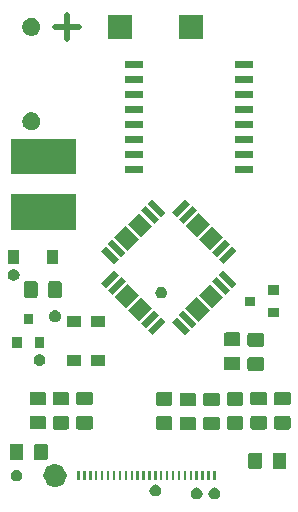
<source format=gbr>
G04 #@! TF.GenerationSoftware,KiCad,Pcbnew,5.0.2-bee76a0~70~ubuntu16.04.1*
G04 #@! TF.CreationDate,2019-03-15T02:00:50+08:00*
G04 #@! TF.ProjectId,OTP-v02,4f54502d-7630-4322-9e6b-696361645f70,v01*
G04 #@! TF.SameCoordinates,Original*
G04 #@! TF.FileFunction,Soldermask,Top*
G04 #@! TF.FilePolarity,Negative*
%FSLAX46Y46*%
G04 Gerber Fmt 4.6, Leading zero omitted, Abs format (unit mm)*
G04 Created by KiCad (PCBNEW 5.0.2-bee76a0~70~ubuntu16.04.1) date Friday, 15 March, 2019 02:00:50 AM PST*
%MOMM*%
%LPD*%
G01*
G04 APERTURE LIST*
%ADD10C,1.000000*%
%ADD11C,0.500000*%
%ADD12C,0.100000*%
G04 APERTURE END LIST*
D10*
G04 #@! TO.C,J1*
X111000000Y-99000000D02*
G75*
G03X111000000Y-99000000I-500000J0D01*
G01*
D11*
G04 #@! TO.C,BT1*
X110500000Y-61000000D02*
X112500000Y-61000000D01*
X111500000Y-62000000D02*
X111500000Y-60000000D01*
D12*
G36*
X124145845Y-100019215D02*
X124236839Y-100056906D01*
X124307551Y-100104155D01*
X124318734Y-100111627D01*
X124388373Y-100181266D01*
X124388375Y-100181269D01*
X124443094Y-100263161D01*
X124480785Y-100354155D01*
X124500000Y-100450754D01*
X124500000Y-100549246D01*
X124482271Y-100638373D01*
X124480785Y-100645845D01*
X124443095Y-100736837D01*
X124388373Y-100818734D01*
X124318734Y-100888373D01*
X124318731Y-100888375D01*
X124236839Y-100943094D01*
X124145845Y-100980785D01*
X124049246Y-101000000D01*
X123950754Y-101000000D01*
X123854155Y-100980785D01*
X123763161Y-100943094D01*
X123681269Y-100888375D01*
X123681266Y-100888373D01*
X123611627Y-100818734D01*
X123556905Y-100736837D01*
X123519215Y-100645845D01*
X123517729Y-100638373D01*
X123500000Y-100549246D01*
X123500000Y-100450754D01*
X123519215Y-100354155D01*
X123556906Y-100263161D01*
X123611625Y-100181269D01*
X123611627Y-100181266D01*
X123681266Y-100111627D01*
X123692449Y-100104155D01*
X123763161Y-100056906D01*
X123854155Y-100019215D01*
X123950754Y-100000000D01*
X124049246Y-100000000D01*
X124145845Y-100019215D01*
X124145845Y-100019215D01*
G37*
G36*
X122645845Y-100019215D02*
X122736839Y-100056906D01*
X122807551Y-100104155D01*
X122818734Y-100111627D01*
X122888373Y-100181266D01*
X122888375Y-100181269D01*
X122943094Y-100263161D01*
X122980785Y-100354155D01*
X123000000Y-100450754D01*
X123000000Y-100549246D01*
X122982271Y-100638373D01*
X122980785Y-100645845D01*
X122943095Y-100736837D01*
X122888373Y-100818734D01*
X122818734Y-100888373D01*
X122818731Y-100888375D01*
X122736839Y-100943094D01*
X122645845Y-100980785D01*
X122549246Y-101000000D01*
X122450754Y-101000000D01*
X122354155Y-100980785D01*
X122263161Y-100943094D01*
X122181269Y-100888375D01*
X122181266Y-100888373D01*
X122111627Y-100818734D01*
X122056905Y-100736837D01*
X122019215Y-100645845D01*
X122017729Y-100638373D01*
X122000000Y-100549246D01*
X122000000Y-100450754D01*
X122019215Y-100354155D01*
X122056906Y-100263161D01*
X122111625Y-100181269D01*
X122111627Y-100181266D01*
X122181266Y-100111627D01*
X122192449Y-100104155D01*
X122263161Y-100056906D01*
X122354155Y-100019215D01*
X122450754Y-100000000D01*
X122549246Y-100000000D01*
X122645845Y-100019215D01*
X122645845Y-100019215D01*
G37*
G36*
X119145845Y-99769215D02*
X119236839Y-99806906D01*
X119317640Y-99860896D01*
X119318734Y-99861627D01*
X119388373Y-99931266D01*
X119388375Y-99931269D01*
X119443094Y-100013161D01*
X119480785Y-100104155D01*
X119496124Y-100181266D01*
X119500000Y-100200755D01*
X119500000Y-100299245D01*
X119480785Y-100395845D01*
X119443095Y-100486837D01*
X119388373Y-100568734D01*
X119318734Y-100638373D01*
X119318731Y-100638375D01*
X119236839Y-100693094D01*
X119145845Y-100730785D01*
X119049246Y-100750000D01*
X118950754Y-100750000D01*
X118854155Y-100730785D01*
X118763161Y-100693094D01*
X118681269Y-100638375D01*
X118681266Y-100638373D01*
X118611627Y-100568734D01*
X118556905Y-100486837D01*
X118519215Y-100395845D01*
X118500000Y-100299245D01*
X118500000Y-100200755D01*
X118503877Y-100181266D01*
X118519215Y-100104155D01*
X118556906Y-100013161D01*
X118611625Y-99931269D01*
X118611627Y-99931266D01*
X118681266Y-99861627D01*
X118682360Y-99860896D01*
X118763161Y-99806906D01*
X118854155Y-99769215D01*
X118950754Y-99750000D01*
X119049246Y-99750000D01*
X119145845Y-99769215D01*
X119145845Y-99769215D01*
G37*
G36*
X107395845Y-98519215D02*
X107486839Y-98556906D01*
X107551333Y-98600000D01*
X107568734Y-98611627D01*
X107638373Y-98681266D01*
X107693095Y-98763163D01*
X107730785Y-98854155D01*
X107750000Y-98950755D01*
X107750000Y-99049245D01*
X107730785Y-99145845D01*
X107693095Y-99236837D01*
X107638373Y-99318734D01*
X107568734Y-99388373D01*
X107568731Y-99388375D01*
X107486839Y-99443094D01*
X107395845Y-99480785D01*
X107299246Y-99500000D01*
X107200754Y-99500000D01*
X107104155Y-99480785D01*
X107013161Y-99443094D01*
X106931269Y-99388375D01*
X106931266Y-99388373D01*
X106861627Y-99318734D01*
X106806905Y-99236837D01*
X106769215Y-99145845D01*
X106750000Y-99049245D01*
X106750000Y-98950755D01*
X106769215Y-98854155D01*
X106806905Y-98763163D01*
X106861627Y-98681266D01*
X106931266Y-98611627D01*
X106948667Y-98600000D01*
X107013161Y-98556906D01*
X107104155Y-98519215D01*
X107200754Y-98500000D01*
X107299246Y-98500000D01*
X107395845Y-98519215D01*
X107395845Y-98519215D01*
G37*
G36*
X112600000Y-99400000D02*
X112400000Y-99400000D01*
X112400000Y-98600000D01*
X112600000Y-98600000D01*
X112600000Y-99400000D01*
X112600000Y-99400000D01*
G37*
G36*
X124100000Y-99400000D02*
X123900000Y-99400000D01*
X123900000Y-98600000D01*
X124100000Y-98600000D01*
X124100000Y-99400000D01*
X124100000Y-99400000D01*
G37*
G36*
X123600000Y-99400000D02*
X123400000Y-99400000D01*
X123400000Y-98600000D01*
X123600000Y-98600000D01*
X123600000Y-99400000D01*
X123600000Y-99400000D01*
G37*
G36*
X123100000Y-99400000D02*
X122900000Y-99400000D01*
X122900000Y-98600000D01*
X123100000Y-98600000D01*
X123100000Y-99400000D01*
X123100000Y-99400000D01*
G37*
G36*
X122600000Y-99400000D02*
X122400000Y-99400000D01*
X122400000Y-98600000D01*
X122600000Y-98600000D01*
X122600000Y-99400000D01*
X122600000Y-99400000D01*
G37*
G36*
X122100000Y-99400000D02*
X121900000Y-99400000D01*
X121900000Y-98600000D01*
X122100000Y-98600000D01*
X122100000Y-99400000D01*
X122100000Y-99400000D01*
G37*
G36*
X121600000Y-99400000D02*
X121400000Y-99400000D01*
X121400000Y-98600000D01*
X121600000Y-98600000D01*
X121600000Y-99400000D01*
X121600000Y-99400000D01*
G37*
G36*
X121100000Y-99400000D02*
X120900000Y-99400000D01*
X120900000Y-98600000D01*
X121100000Y-98600000D01*
X121100000Y-99400000D01*
X121100000Y-99400000D01*
G37*
G36*
X120600000Y-99400000D02*
X120400000Y-99400000D01*
X120400000Y-98600000D01*
X120600000Y-98600000D01*
X120600000Y-99400000D01*
X120600000Y-99400000D01*
G37*
G36*
X120100000Y-99400000D02*
X119900000Y-99400000D01*
X119900000Y-98600000D01*
X120100000Y-98600000D01*
X120100000Y-99400000D01*
X120100000Y-99400000D01*
G37*
G36*
X119600000Y-99400000D02*
X119400000Y-99400000D01*
X119400000Y-98600000D01*
X119600000Y-98600000D01*
X119600000Y-99400000D01*
X119600000Y-99400000D01*
G37*
G36*
X119100000Y-99400000D02*
X118900000Y-99400000D01*
X118900000Y-98600000D01*
X119100000Y-98600000D01*
X119100000Y-99400000D01*
X119100000Y-99400000D01*
G37*
G36*
X118600000Y-99400000D02*
X118400000Y-99400000D01*
X118400000Y-98600000D01*
X118600000Y-98600000D01*
X118600000Y-99400000D01*
X118600000Y-99400000D01*
G37*
G36*
X114600000Y-99400000D02*
X114400000Y-99400000D01*
X114400000Y-98600000D01*
X114600000Y-98600000D01*
X114600000Y-99400000D01*
X114600000Y-99400000D01*
G37*
G36*
X113100000Y-99400000D02*
X112900000Y-99400000D01*
X112900000Y-98600000D01*
X113100000Y-98600000D01*
X113100000Y-99400000D01*
X113100000Y-99400000D01*
G37*
G36*
X113600000Y-99400000D02*
X113400000Y-99400000D01*
X113400000Y-98600000D01*
X113600000Y-98600000D01*
X113600000Y-99400000D01*
X113600000Y-99400000D01*
G37*
G36*
X114100000Y-99400000D02*
X113900000Y-99400000D01*
X113900000Y-98600000D01*
X114100000Y-98600000D01*
X114100000Y-99400000D01*
X114100000Y-99400000D01*
G37*
G36*
X115100000Y-99400000D02*
X114900000Y-99400000D01*
X114900000Y-98600000D01*
X115100000Y-98600000D01*
X115100000Y-99400000D01*
X115100000Y-99400000D01*
G37*
G36*
X115600000Y-99400000D02*
X115400000Y-99400000D01*
X115400000Y-98600000D01*
X115600000Y-98600000D01*
X115600000Y-99400000D01*
X115600000Y-99400000D01*
G37*
G36*
X116100000Y-99400000D02*
X115900000Y-99400000D01*
X115900000Y-98600000D01*
X116100000Y-98600000D01*
X116100000Y-99400000D01*
X116100000Y-99400000D01*
G37*
G36*
X116600000Y-99400000D02*
X116400000Y-99400000D01*
X116400000Y-98600000D01*
X116600000Y-98600000D01*
X116600000Y-99400000D01*
X116600000Y-99400000D01*
G37*
G36*
X117100000Y-99400000D02*
X116900000Y-99400000D01*
X116900000Y-98600000D01*
X117100000Y-98600000D01*
X117100000Y-99400000D01*
X117100000Y-99400000D01*
G37*
G36*
X117600000Y-99400000D02*
X117400000Y-99400000D01*
X117400000Y-98600000D01*
X117600000Y-98600000D01*
X117600000Y-99400000D01*
X117600000Y-99400000D01*
G37*
G36*
X118100000Y-99400000D02*
X117900000Y-99400000D01*
X117900000Y-98600000D01*
X118100000Y-98600000D01*
X118100000Y-99400000D01*
X118100000Y-99400000D01*
G37*
G36*
X127880522Y-97054039D02*
X127914053Y-97064211D01*
X127944960Y-97080731D01*
X127972043Y-97102957D01*
X127994269Y-97130040D01*
X128010789Y-97160947D01*
X128020961Y-97194478D01*
X128025000Y-97235487D01*
X128025000Y-98264513D01*
X128020961Y-98305522D01*
X128010789Y-98339053D01*
X127994269Y-98369960D01*
X127972043Y-98397043D01*
X127944960Y-98419269D01*
X127914053Y-98435789D01*
X127880522Y-98445961D01*
X127839513Y-98450000D01*
X127060487Y-98450000D01*
X127019478Y-98445961D01*
X126985947Y-98435789D01*
X126955040Y-98419269D01*
X126927957Y-98397043D01*
X126905731Y-98369960D01*
X126889211Y-98339053D01*
X126879039Y-98305522D01*
X126875000Y-98264513D01*
X126875000Y-97235487D01*
X126879039Y-97194478D01*
X126889211Y-97160947D01*
X126905731Y-97130040D01*
X126927957Y-97102957D01*
X126955040Y-97080731D01*
X126985947Y-97064211D01*
X127019478Y-97054039D01*
X127060487Y-97050000D01*
X127839513Y-97050000D01*
X127880522Y-97054039D01*
X127880522Y-97054039D01*
G37*
G36*
X129930522Y-97054039D02*
X129964053Y-97064211D01*
X129994960Y-97080731D01*
X130022043Y-97102957D01*
X130044269Y-97130040D01*
X130060789Y-97160947D01*
X130070961Y-97194478D01*
X130075000Y-97235487D01*
X130075000Y-98264513D01*
X130070961Y-98305522D01*
X130060789Y-98339053D01*
X130044269Y-98369960D01*
X130022043Y-98397043D01*
X129994960Y-98419269D01*
X129964053Y-98435789D01*
X129930522Y-98445961D01*
X129889513Y-98450000D01*
X129110487Y-98450000D01*
X129069478Y-98445961D01*
X129035947Y-98435789D01*
X129005040Y-98419269D01*
X128977957Y-98397043D01*
X128955731Y-98369960D01*
X128939211Y-98339053D01*
X128929039Y-98305522D01*
X128925000Y-98264513D01*
X128925000Y-97235487D01*
X128929039Y-97194478D01*
X128939211Y-97160947D01*
X128955731Y-97130040D01*
X128977957Y-97102957D01*
X129005040Y-97080731D01*
X129035947Y-97064211D01*
X129069478Y-97054039D01*
X129110487Y-97050000D01*
X129889513Y-97050000D01*
X129930522Y-97054039D01*
X129930522Y-97054039D01*
G37*
G36*
X109730522Y-96304039D02*
X109764053Y-96314211D01*
X109794960Y-96330731D01*
X109822043Y-96352957D01*
X109844269Y-96380040D01*
X109860789Y-96410947D01*
X109870961Y-96444478D01*
X109875000Y-96485487D01*
X109875000Y-97514513D01*
X109870961Y-97555522D01*
X109860789Y-97589053D01*
X109844269Y-97619960D01*
X109822043Y-97647043D01*
X109794960Y-97669269D01*
X109764053Y-97685789D01*
X109730522Y-97695961D01*
X109689513Y-97700000D01*
X108910487Y-97700000D01*
X108869478Y-97695961D01*
X108835947Y-97685789D01*
X108805040Y-97669269D01*
X108777957Y-97647043D01*
X108755731Y-97619960D01*
X108739211Y-97589053D01*
X108729039Y-97555522D01*
X108725000Y-97514513D01*
X108725000Y-96485487D01*
X108729039Y-96444478D01*
X108739211Y-96410947D01*
X108755731Y-96380040D01*
X108777957Y-96352957D01*
X108805040Y-96330731D01*
X108835947Y-96314211D01*
X108869478Y-96304039D01*
X108910487Y-96300000D01*
X109689513Y-96300000D01*
X109730522Y-96304039D01*
X109730522Y-96304039D01*
G37*
G36*
X107680522Y-96304039D02*
X107714053Y-96314211D01*
X107744960Y-96330731D01*
X107772043Y-96352957D01*
X107794269Y-96380040D01*
X107810789Y-96410947D01*
X107820961Y-96444478D01*
X107825000Y-96485487D01*
X107825000Y-97514513D01*
X107820961Y-97555522D01*
X107810789Y-97589053D01*
X107794269Y-97619960D01*
X107772043Y-97647043D01*
X107744960Y-97669269D01*
X107714053Y-97685789D01*
X107680522Y-97695961D01*
X107639513Y-97700000D01*
X106860487Y-97700000D01*
X106819478Y-97695961D01*
X106785947Y-97685789D01*
X106755040Y-97669269D01*
X106727957Y-97647043D01*
X106705731Y-97619960D01*
X106689211Y-97589053D01*
X106679039Y-97555522D01*
X106675000Y-97514513D01*
X106675000Y-96485487D01*
X106679039Y-96444478D01*
X106689211Y-96410947D01*
X106705731Y-96380040D01*
X106727957Y-96352957D01*
X106755040Y-96330731D01*
X106785947Y-96314211D01*
X106819478Y-96304039D01*
X106860487Y-96300000D01*
X107639513Y-96300000D01*
X107680522Y-96304039D01*
X107680522Y-96304039D01*
G37*
G36*
X122305522Y-94029039D02*
X122339053Y-94039211D01*
X122369960Y-94055731D01*
X122397043Y-94077957D01*
X122419269Y-94105040D01*
X122435789Y-94135947D01*
X122445961Y-94169478D01*
X122450000Y-94210487D01*
X122450000Y-94989513D01*
X122445961Y-95030522D01*
X122435789Y-95064053D01*
X122419269Y-95094960D01*
X122397043Y-95122043D01*
X122369960Y-95144269D01*
X122339053Y-95160789D01*
X122305522Y-95170961D01*
X122264513Y-95175000D01*
X121235487Y-95175000D01*
X121194478Y-95170961D01*
X121160947Y-95160789D01*
X121130040Y-95144269D01*
X121102957Y-95122043D01*
X121080731Y-95094960D01*
X121064211Y-95064053D01*
X121054039Y-95030522D01*
X121050000Y-94989513D01*
X121050000Y-94210487D01*
X121054039Y-94169478D01*
X121064211Y-94135947D01*
X121080731Y-94105040D01*
X121102957Y-94077957D01*
X121130040Y-94055731D01*
X121160947Y-94039211D01*
X121194478Y-94029039D01*
X121235487Y-94025000D01*
X122264513Y-94025000D01*
X122305522Y-94029039D01*
X122305522Y-94029039D01*
G37*
G36*
X124305522Y-94029039D02*
X124339053Y-94039211D01*
X124369960Y-94055731D01*
X124397043Y-94077957D01*
X124419269Y-94105040D01*
X124435789Y-94135947D01*
X124445961Y-94169478D01*
X124450000Y-94210487D01*
X124450000Y-94989513D01*
X124445961Y-95030522D01*
X124435789Y-95064053D01*
X124419269Y-95094960D01*
X124397043Y-95122043D01*
X124369960Y-95144269D01*
X124339053Y-95160789D01*
X124305522Y-95170961D01*
X124264513Y-95175000D01*
X123235487Y-95175000D01*
X123194478Y-95170961D01*
X123160947Y-95160789D01*
X123130040Y-95144269D01*
X123102957Y-95122043D01*
X123080731Y-95094960D01*
X123064211Y-95064053D01*
X123054039Y-95030522D01*
X123050000Y-94989513D01*
X123050000Y-94210487D01*
X123054039Y-94169478D01*
X123064211Y-94135947D01*
X123080731Y-94105040D01*
X123102957Y-94077957D01*
X123130040Y-94055731D01*
X123160947Y-94039211D01*
X123194478Y-94029039D01*
X123235487Y-94025000D01*
X124264513Y-94025000D01*
X124305522Y-94029039D01*
X124305522Y-94029039D01*
G37*
G36*
X126305522Y-93979039D02*
X126339053Y-93989211D01*
X126369960Y-94005731D01*
X126397043Y-94027957D01*
X126419269Y-94055040D01*
X126435789Y-94085947D01*
X126445961Y-94119478D01*
X126450000Y-94160487D01*
X126450000Y-94939513D01*
X126445961Y-94980522D01*
X126435789Y-95014053D01*
X126419269Y-95044960D01*
X126397043Y-95072043D01*
X126369960Y-95094269D01*
X126339053Y-95110789D01*
X126305522Y-95120961D01*
X126264513Y-95125000D01*
X125235487Y-95125000D01*
X125194478Y-95120961D01*
X125160947Y-95110789D01*
X125130040Y-95094269D01*
X125102957Y-95072043D01*
X125080731Y-95044960D01*
X125064211Y-95014053D01*
X125054039Y-94980522D01*
X125050000Y-94939513D01*
X125050000Y-94160487D01*
X125054039Y-94119478D01*
X125064211Y-94085947D01*
X125080731Y-94055040D01*
X125102957Y-94027957D01*
X125130040Y-94005731D01*
X125160947Y-93989211D01*
X125194478Y-93979039D01*
X125235487Y-93975000D01*
X126264513Y-93975000D01*
X126305522Y-93979039D01*
X126305522Y-93979039D01*
G37*
G36*
X120305522Y-93979039D02*
X120339053Y-93989211D01*
X120369960Y-94005731D01*
X120397043Y-94027957D01*
X120419269Y-94055040D01*
X120435789Y-94085947D01*
X120445961Y-94119478D01*
X120450000Y-94160487D01*
X120450000Y-94939513D01*
X120445961Y-94980522D01*
X120435789Y-95014053D01*
X120419269Y-95044960D01*
X120397043Y-95072043D01*
X120369960Y-95094269D01*
X120339053Y-95110789D01*
X120305522Y-95120961D01*
X120264513Y-95125000D01*
X119235487Y-95125000D01*
X119194478Y-95120961D01*
X119160947Y-95110789D01*
X119130040Y-95094269D01*
X119102957Y-95072043D01*
X119080731Y-95044960D01*
X119064211Y-95014053D01*
X119054039Y-94980522D01*
X119050000Y-94939513D01*
X119050000Y-94160487D01*
X119054039Y-94119478D01*
X119064211Y-94085947D01*
X119080731Y-94055040D01*
X119102957Y-94027957D01*
X119130040Y-94005731D01*
X119160947Y-93989211D01*
X119194478Y-93979039D01*
X119235487Y-93975000D01*
X120264513Y-93975000D01*
X120305522Y-93979039D01*
X120305522Y-93979039D01*
G37*
G36*
X111555522Y-93954039D02*
X111589053Y-93964211D01*
X111619960Y-93980731D01*
X111647043Y-94002957D01*
X111669269Y-94030040D01*
X111685789Y-94060947D01*
X111695961Y-94094478D01*
X111700000Y-94135487D01*
X111700000Y-94914513D01*
X111695961Y-94955522D01*
X111685789Y-94989053D01*
X111669269Y-95019960D01*
X111647043Y-95047043D01*
X111619960Y-95069269D01*
X111589053Y-95085789D01*
X111555522Y-95095961D01*
X111514513Y-95100000D01*
X110485487Y-95100000D01*
X110444478Y-95095961D01*
X110410947Y-95085789D01*
X110380040Y-95069269D01*
X110352957Y-95047043D01*
X110330731Y-95019960D01*
X110314211Y-94989053D01*
X110304039Y-94955522D01*
X110300000Y-94914513D01*
X110300000Y-94135487D01*
X110304039Y-94094478D01*
X110314211Y-94060947D01*
X110330731Y-94030040D01*
X110352957Y-94002957D01*
X110380040Y-93980731D01*
X110410947Y-93964211D01*
X110444478Y-93954039D01*
X110485487Y-93950000D01*
X111514513Y-93950000D01*
X111555522Y-93954039D01*
X111555522Y-93954039D01*
G37*
G36*
X130305522Y-93954039D02*
X130339053Y-93964211D01*
X130369960Y-93980731D01*
X130397043Y-94002957D01*
X130419269Y-94030040D01*
X130435789Y-94060947D01*
X130445961Y-94094478D01*
X130450000Y-94135487D01*
X130450000Y-94914513D01*
X130445961Y-94955522D01*
X130435789Y-94989053D01*
X130419269Y-95019960D01*
X130397043Y-95047043D01*
X130369960Y-95069269D01*
X130339053Y-95085789D01*
X130305522Y-95095961D01*
X130264513Y-95100000D01*
X129235487Y-95100000D01*
X129194478Y-95095961D01*
X129160947Y-95085789D01*
X129130040Y-95069269D01*
X129102957Y-95047043D01*
X129080731Y-95019960D01*
X129064211Y-94989053D01*
X129054039Y-94955522D01*
X129050000Y-94914513D01*
X129050000Y-94135487D01*
X129054039Y-94094478D01*
X129064211Y-94060947D01*
X129080731Y-94030040D01*
X129102957Y-94002957D01*
X129130040Y-93980731D01*
X129160947Y-93964211D01*
X129194478Y-93954039D01*
X129235487Y-93950000D01*
X130264513Y-93950000D01*
X130305522Y-93954039D01*
X130305522Y-93954039D01*
G37*
G36*
X128305522Y-93954039D02*
X128339053Y-93964211D01*
X128369960Y-93980731D01*
X128397043Y-94002957D01*
X128419269Y-94030040D01*
X128435789Y-94060947D01*
X128445961Y-94094478D01*
X128450000Y-94135487D01*
X128450000Y-94914513D01*
X128445961Y-94955522D01*
X128435789Y-94989053D01*
X128419269Y-95019960D01*
X128397043Y-95047043D01*
X128369960Y-95069269D01*
X128339053Y-95085789D01*
X128305522Y-95095961D01*
X128264513Y-95100000D01*
X127235487Y-95100000D01*
X127194478Y-95095961D01*
X127160947Y-95085789D01*
X127130040Y-95069269D01*
X127102957Y-95047043D01*
X127080731Y-95019960D01*
X127064211Y-94989053D01*
X127054039Y-94955522D01*
X127050000Y-94914513D01*
X127050000Y-94135487D01*
X127054039Y-94094478D01*
X127064211Y-94060947D01*
X127080731Y-94030040D01*
X127102957Y-94002957D01*
X127130040Y-93980731D01*
X127160947Y-93964211D01*
X127194478Y-93954039D01*
X127235487Y-93950000D01*
X128264513Y-93950000D01*
X128305522Y-93954039D01*
X128305522Y-93954039D01*
G37*
G36*
X113555522Y-93954039D02*
X113589053Y-93964211D01*
X113619960Y-93980731D01*
X113647043Y-94002957D01*
X113669269Y-94030040D01*
X113685789Y-94060947D01*
X113695961Y-94094478D01*
X113700000Y-94135487D01*
X113700000Y-94914513D01*
X113695961Y-94955522D01*
X113685789Y-94989053D01*
X113669269Y-95019960D01*
X113647043Y-95047043D01*
X113619960Y-95069269D01*
X113589053Y-95085789D01*
X113555522Y-95095961D01*
X113514513Y-95100000D01*
X112485487Y-95100000D01*
X112444478Y-95095961D01*
X112410947Y-95085789D01*
X112380040Y-95069269D01*
X112352957Y-95047043D01*
X112330731Y-95019960D01*
X112314211Y-94989053D01*
X112304039Y-94955522D01*
X112300000Y-94914513D01*
X112300000Y-94135487D01*
X112304039Y-94094478D01*
X112314211Y-94060947D01*
X112330731Y-94030040D01*
X112352957Y-94002957D01*
X112380040Y-93980731D01*
X112410947Y-93964211D01*
X112444478Y-93954039D01*
X112485487Y-93950000D01*
X113514513Y-93950000D01*
X113555522Y-93954039D01*
X113555522Y-93954039D01*
G37*
G36*
X109604046Y-93942675D02*
X109637577Y-93952847D01*
X109668484Y-93969367D01*
X109695567Y-93991593D01*
X109717793Y-94018676D01*
X109734313Y-94049583D01*
X109744485Y-94083114D01*
X109748524Y-94124123D01*
X109748524Y-94903149D01*
X109744485Y-94944158D01*
X109734313Y-94977689D01*
X109717793Y-95008596D01*
X109695567Y-95035679D01*
X109668484Y-95057905D01*
X109637577Y-95074425D01*
X109604046Y-95084597D01*
X109563037Y-95088636D01*
X108534011Y-95088636D01*
X108493002Y-95084597D01*
X108459471Y-95074425D01*
X108428564Y-95057905D01*
X108401481Y-95035679D01*
X108379255Y-95008596D01*
X108362735Y-94977689D01*
X108352563Y-94944158D01*
X108348524Y-94903149D01*
X108348524Y-94124123D01*
X108352563Y-94083114D01*
X108362735Y-94049583D01*
X108379255Y-94018676D01*
X108401481Y-93991593D01*
X108428564Y-93969367D01*
X108459471Y-93952847D01*
X108493002Y-93942675D01*
X108534011Y-93938636D01*
X109563037Y-93938636D01*
X109604046Y-93942675D01*
X109604046Y-93942675D01*
G37*
G36*
X122305522Y-91979039D02*
X122339053Y-91989211D01*
X122369960Y-92005731D01*
X122397043Y-92027957D01*
X122419269Y-92055040D01*
X122435789Y-92085947D01*
X122445961Y-92119478D01*
X122450000Y-92160487D01*
X122450000Y-92939513D01*
X122445961Y-92980522D01*
X122435789Y-93014053D01*
X122419269Y-93044960D01*
X122397043Y-93072043D01*
X122369960Y-93094269D01*
X122339053Y-93110789D01*
X122305522Y-93120961D01*
X122264513Y-93125000D01*
X121235487Y-93125000D01*
X121194478Y-93120961D01*
X121160947Y-93110789D01*
X121130040Y-93094269D01*
X121102957Y-93072043D01*
X121080731Y-93044960D01*
X121064211Y-93014053D01*
X121054039Y-92980522D01*
X121050000Y-92939513D01*
X121050000Y-92160487D01*
X121054039Y-92119478D01*
X121064211Y-92085947D01*
X121080731Y-92055040D01*
X121102957Y-92027957D01*
X121130040Y-92005731D01*
X121160947Y-91989211D01*
X121194478Y-91979039D01*
X121235487Y-91975000D01*
X122264513Y-91975000D01*
X122305522Y-91979039D01*
X122305522Y-91979039D01*
G37*
G36*
X124305522Y-91979039D02*
X124339053Y-91989211D01*
X124369960Y-92005731D01*
X124397043Y-92027957D01*
X124419269Y-92055040D01*
X124435789Y-92085947D01*
X124445961Y-92119478D01*
X124450000Y-92160487D01*
X124450000Y-92939513D01*
X124445961Y-92980522D01*
X124435789Y-93014053D01*
X124419269Y-93044960D01*
X124397043Y-93072043D01*
X124369960Y-93094269D01*
X124339053Y-93110789D01*
X124305522Y-93120961D01*
X124264513Y-93125000D01*
X123235487Y-93125000D01*
X123194478Y-93120961D01*
X123160947Y-93110789D01*
X123130040Y-93094269D01*
X123102957Y-93072043D01*
X123080731Y-93044960D01*
X123064211Y-93014053D01*
X123054039Y-92980522D01*
X123050000Y-92939513D01*
X123050000Y-92160487D01*
X123054039Y-92119478D01*
X123064211Y-92085947D01*
X123080731Y-92055040D01*
X123102957Y-92027957D01*
X123130040Y-92005731D01*
X123160947Y-91989211D01*
X123194478Y-91979039D01*
X123235487Y-91975000D01*
X124264513Y-91975000D01*
X124305522Y-91979039D01*
X124305522Y-91979039D01*
G37*
G36*
X120305522Y-91929039D02*
X120339053Y-91939211D01*
X120369960Y-91955731D01*
X120397043Y-91977957D01*
X120419269Y-92005040D01*
X120435789Y-92035947D01*
X120445961Y-92069478D01*
X120450000Y-92110487D01*
X120450000Y-92889513D01*
X120445961Y-92930522D01*
X120435789Y-92964053D01*
X120419269Y-92994960D01*
X120397043Y-93022043D01*
X120369960Y-93044269D01*
X120339053Y-93060789D01*
X120305522Y-93070961D01*
X120264513Y-93075000D01*
X119235487Y-93075000D01*
X119194478Y-93070961D01*
X119160947Y-93060789D01*
X119130040Y-93044269D01*
X119102957Y-93022043D01*
X119080731Y-92994960D01*
X119064211Y-92964053D01*
X119054039Y-92930522D01*
X119050000Y-92889513D01*
X119050000Y-92110487D01*
X119054039Y-92069478D01*
X119064211Y-92035947D01*
X119080731Y-92005040D01*
X119102957Y-91977957D01*
X119130040Y-91955731D01*
X119160947Y-91939211D01*
X119194478Y-91929039D01*
X119235487Y-91925000D01*
X120264513Y-91925000D01*
X120305522Y-91929039D01*
X120305522Y-91929039D01*
G37*
G36*
X126305522Y-91929039D02*
X126339053Y-91939211D01*
X126369960Y-91955731D01*
X126397043Y-91977957D01*
X126419269Y-92005040D01*
X126435789Y-92035947D01*
X126445961Y-92069478D01*
X126450000Y-92110487D01*
X126450000Y-92889513D01*
X126445961Y-92930522D01*
X126435789Y-92964053D01*
X126419269Y-92994960D01*
X126397043Y-93022043D01*
X126369960Y-93044269D01*
X126339053Y-93060789D01*
X126305522Y-93070961D01*
X126264513Y-93075000D01*
X125235487Y-93075000D01*
X125194478Y-93070961D01*
X125160947Y-93060789D01*
X125130040Y-93044269D01*
X125102957Y-93022043D01*
X125080731Y-92994960D01*
X125064211Y-92964053D01*
X125054039Y-92930522D01*
X125050000Y-92889513D01*
X125050000Y-92110487D01*
X125054039Y-92069478D01*
X125064211Y-92035947D01*
X125080731Y-92005040D01*
X125102957Y-91977957D01*
X125130040Y-91955731D01*
X125160947Y-91939211D01*
X125194478Y-91929039D01*
X125235487Y-91925000D01*
X126264513Y-91925000D01*
X126305522Y-91929039D01*
X126305522Y-91929039D01*
G37*
G36*
X111555522Y-91904039D02*
X111589053Y-91914211D01*
X111619960Y-91930731D01*
X111647043Y-91952957D01*
X111669269Y-91980040D01*
X111685789Y-92010947D01*
X111695961Y-92044478D01*
X111700000Y-92085487D01*
X111700000Y-92864513D01*
X111695961Y-92905522D01*
X111685789Y-92939053D01*
X111669269Y-92969960D01*
X111647043Y-92997043D01*
X111619960Y-93019269D01*
X111589053Y-93035789D01*
X111555522Y-93045961D01*
X111514513Y-93050000D01*
X110485487Y-93050000D01*
X110444478Y-93045961D01*
X110410947Y-93035789D01*
X110380040Y-93019269D01*
X110352957Y-92997043D01*
X110330731Y-92969960D01*
X110314211Y-92939053D01*
X110304039Y-92905522D01*
X110300000Y-92864513D01*
X110300000Y-92085487D01*
X110304039Y-92044478D01*
X110314211Y-92010947D01*
X110330731Y-91980040D01*
X110352957Y-91952957D01*
X110380040Y-91930731D01*
X110410947Y-91914211D01*
X110444478Y-91904039D01*
X110485487Y-91900000D01*
X111514513Y-91900000D01*
X111555522Y-91904039D01*
X111555522Y-91904039D01*
G37*
G36*
X130305522Y-91904039D02*
X130339053Y-91914211D01*
X130369960Y-91930731D01*
X130397043Y-91952957D01*
X130419269Y-91980040D01*
X130435789Y-92010947D01*
X130445961Y-92044478D01*
X130450000Y-92085487D01*
X130450000Y-92864513D01*
X130445961Y-92905522D01*
X130435789Y-92939053D01*
X130419269Y-92969960D01*
X130397043Y-92997043D01*
X130369960Y-93019269D01*
X130339053Y-93035789D01*
X130305522Y-93045961D01*
X130264513Y-93050000D01*
X129235487Y-93050000D01*
X129194478Y-93045961D01*
X129160947Y-93035789D01*
X129130040Y-93019269D01*
X129102957Y-92997043D01*
X129080731Y-92969960D01*
X129064211Y-92939053D01*
X129054039Y-92905522D01*
X129050000Y-92864513D01*
X129050000Y-92085487D01*
X129054039Y-92044478D01*
X129064211Y-92010947D01*
X129080731Y-91980040D01*
X129102957Y-91952957D01*
X129130040Y-91930731D01*
X129160947Y-91914211D01*
X129194478Y-91904039D01*
X129235487Y-91900000D01*
X130264513Y-91900000D01*
X130305522Y-91904039D01*
X130305522Y-91904039D01*
G37*
G36*
X128305522Y-91904039D02*
X128339053Y-91914211D01*
X128369960Y-91930731D01*
X128397043Y-91952957D01*
X128419269Y-91980040D01*
X128435789Y-92010947D01*
X128445961Y-92044478D01*
X128450000Y-92085487D01*
X128450000Y-92864513D01*
X128445961Y-92905522D01*
X128435789Y-92939053D01*
X128419269Y-92969960D01*
X128397043Y-92997043D01*
X128369960Y-93019269D01*
X128339053Y-93035789D01*
X128305522Y-93045961D01*
X128264513Y-93050000D01*
X127235487Y-93050000D01*
X127194478Y-93045961D01*
X127160947Y-93035789D01*
X127130040Y-93019269D01*
X127102957Y-92997043D01*
X127080731Y-92969960D01*
X127064211Y-92939053D01*
X127054039Y-92905522D01*
X127050000Y-92864513D01*
X127050000Y-92085487D01*
X127054039Y-92044478D01*
X127064211Y-92010947D01*
X127080731Y-91980040D01*
X127102957Y-91952957D01*
X127130040Y-91930731D01*
X127160947Y-91914211D01*
X127194478Y-91904039D01*
X127235487Y-91900000D01*
X128264513Y-91900000D01*
X128305522Y-91904039D01*
X128305522Y-91904039D01*
G37*
G36*
X113555522Y-91904039D02*
X113589053Y-91914211D01*
X113619960Y-91930731D01*
X113647043Y-91952957D01*
X113669269Y-91980040D01*
X113685789Y-92010947D01*
X113695961Y-92044478D01*
X113700000Y-92085487D01*
X113700000Y-92864513D01*
X113695961Y-92905522D01*
X113685789Y-92939053D01*
X113669269Y-92969960D01*
X113647043Y-92997043D01*
X113619960Y-93019269D01*
X113589053Y-93035789D01*
X113555522Y-93045961D01*
X113514513Y-93050000D01*
X112485487Y-93050000D01*
X112444478Y-93045961D01*
X112410947Y-93035789D01*
X112380040Y-93019269D01*
X112352957Y-92997043D01*
X112330731Y-92969960D01*
X112314211Y-92939053D01*
X112304039Y-92905522D01*
X112300000Y-92864513D01*
X112300000Y-92085487D01*
X112304039Y-92044478D01*
X112314211Y-92010947D01*
X112330731Y-91980040D01*
X112352957Y-91952957D01*
X112380040Y-91930731D01*
X112410947Y-91914211D01*
X112444478Y-91904039D01*
X112485487Y-91900000D01*
X113514513Y-91900000D01*
X113555522Y-91904039D01*
X113555522Y-91904039D01*
G37*
G36*
X109604046Y-91892675D02*
X109637577Y-91902847D01*
X109668484Y-91919367D01*
X109695567Y-91941593D01*
X109717793Y-91968676D01*
X109734313Y-91999583D01*
X109744485Y-92033114D01*
X109748524Y-92074123D01*
X109748524Y-92853149D01*
X109744485Y-92894158D01*
X109734313Y-92927689D01*
X109717793Y-92958596D01*
X109695567Y-92985679D01*
X109668484Y-93007905D01*
X109637577Y-93024425D01*
X109604046Y-93034597D01*
X109563037Y-93038636D01*
X108534011Y-93038636D01*
X108493002Y-93034597D01*
X108459471Y-93024425D01*
X108428564Y-93007905D01*
X108401481Y-92985679D01*
X108379255Y-92958596D01*
X108362735Y-92927689D01*
X108352563Y-92894158D01*
X108348524Y-92853149D01*
X108348524Y-92074123D01*
X108352563Y-92033114D01*
X108362735Y-91999583D01*
X108379255Y-91968676D01*
X108401481Y-91941593D01*
X108428564Y-91919367D01*
X108459471Y-91902847D01*
X108493002Y-91892675D01*
X108534011Y-91888636D01*
X109563037Y-91888636D01*
X109604046Y-91892675D01*
X109604046Y-91892675D01*
G37*
G36*
X128055522Y-88979039D02*
X128089053Y-88989211D01*
X128119960Y-89005731D01*
X128147043Y-89027957D01*
X128169269Y-89055040D01*
X128185789Y-89085947D01*
X128195961Y-89119478D01*
X128200000Y-89160487D01*
X128200000Y-89939513D01*
X128195961Y-89980522D01*
X128185789Y-90014053D01*
X128169269Y-90044960D01*
X128147043Y-90072043D01*
X128119960Y-90094269D01*
X128089053Y-90110789D01*
X128055522Y-90120961D01*
X128014513Y-90125000D01*
X126985487Y-90125000D01*
X126944478Y-90120961D01*
X126910947Y-90110789D01*
X126880040Y-90094269D01*
X126852957Y-90072043D01*
X126830731Y-90044960D01*
X126814211Y-90014053D01*
X126804039Y-89980522D01*
X126800000Y-89939513D01*
X126800000Y-89160487D01*
X126804039Y-89119478D01*
X126814211Y-89085947D01*
X126830731Y-89055040D01*
X126852957Y-89027957D01*
X126880040Y-89005731D01*
X126910947Y-88989211D01*
X126944478Y-88979039D01*
X126985487Y-88975000D01*
X128014513Y-88975000D01*
X128055522Y-88979039D01*
X128055522Y-88979039D01*
G37*
G36*
X126055522Y-88929039D02*
X126089053Y-88939211D01*
X126119960Y-88955731D01*
X126147043Y-88977957D01*
X126169269Y-89005040D01*
X126185789Y-89035947D01*
X126195961Y-89069478D01*
X126200000Y-89110487D01*
X126200000Y-89889513D01*
X126195961Y-89930522D01*
X126185789Y-89964053D01*
X126169269Y-89994960D01*
X126147043Y-90022043D01*
X126119960Y-90044269D01*
X126089053Y-90060789D01*
X126055522Y-90070961D01*
X126014513Y-90075000D01*
X124985487Y-90075000D01*
X124944478Y-90070961D01*
X124910947Y-90060789D01*
X124880040Y-90044269D01*
X124852957Y-90022043D01*
X124830731Y-89994960D01*
X124814211Y-89964053D01*
X124804039Y-89930522D01*
X124800000Y-89889513D01*
X124800000Y-89110487D01*
X124804039Y-89069478D01*
X124814211Y-89035947D01*
X124830731Y-89005040D01*
X124852957Y-88977957D01*
X124880040Y-88955731D01*
X124910947Y-88939211D01*
X124944478Y-88929039D01*
X124985487Y-88925000D01*
X126014513Y-88925000D01*
X126055522Y-88929039D01*
X126055522Y-88929039D01*
G37*
G36*
X112717973Y-89712500D02*
X111517973Y-89712500D01*
X111517973Y-88812500D01*
X112717973Y-88812500D01*
X112717973Y-89712500D01*
X112717973Y-89712500D01*
G37*
G36*
X114717973Y-89712500D02*
X113517973Y-89712500D01*
X113517973Y-88812500D01*
X114717973Y-88812500D01*
X114717973Y-89712500D01*
X114717973Y-89712500D01*
G37*
G36*
X109345845Y-88719215D02*
X109436839Y-88756906D01*
X109517640Y-88810896D01*
X109518734Y-88811627D01*
X109588373Y-88881266D01*
X109643095Y-88963163D01*
X109680785Y-89054155D01*
X109700000Y-89150755D01*
X109700000Y-89249245D01*
X109680785Y-89345845D01*
X109643095Y-89436837D01*
X109588373Y-89518734D01*
X109518734Y-89588373D01*
X109518731Y-89588375D01*
X109436839Y-89643094D01*
X109345845Y-89680785D01*
X109249246Y-89700000D01*
X109150754Y-89700000D01*
X109054155Y-89680785D01*
X108963161Y-89643094D01*
X108881269Y-89588375D01*
X108881266Y-89588373D01*
X108811627Y-89518734D01*
X108756905Y-89436837D01*
X108719215Y-89345845D01*
X108700000Y-89249245D01*
X108700000Y-89150755D01*
X108719215Y-89054155D01*
X108756905Y-88963163D01*
X108811627Y-88881266D01*
X108881266Y-88811627D01*
X108882360Y-88810896D01*
X108963161Y-88756906D01*
X109054155Y-88719215D01*
X109150754Y-88700000D01*
X109249246Y-88700000D01*
X109345845Y-88719215D01*
X109345845Y-88719215D01*
G37*
G36*
X109600000Y-88200000D02*
X108800000Y-88200000D01*
X108800000Y-87300000D01*
X109600000Y-87300000D01*
X109600000Y-88200000D01*
X109600000Y-88200000D01*
G37*
G36*
X107700000Y-88200000D02*
X106900000Y-88200000D01*
X106900000Y-87300000D01*
X107700000Y-87300000D01*
X107700000Y-88200000D01*
X107700000Y-88200000D01*
G37*
G36*
X128055522Y-86929039D02*
X128089053Y-86939211D01*
X128119960Y-86955731D01*
X128147043Y-86977957D01*
X128169269Y-87005040D01*
X128185789Y-87035947D01*
X128195961Y-87069478D01*
X128200000Y-87110487D01*
X128200000Y-87889513D01*
X128195961Y-87930522D01*
X128185789Y-87964053D01*
X128169269Y-87994960D01*
X128147043Y-88022043D01*
X128119960Y-88044269D01*
X128089053Y-88060789D01*
X128055522Y-88070961D01*
X128014513Y-88075000D01*
X126985487Y-88075000D01*
X126944478Y-88070961D01*
X126910947Y-88060789D01*
X126880040Y-88044269D01*
X126852957Y-88022043D01*
X126830731Y-87994960D01*
X126814211Y-87964053D01*
X126804039Y-87930522D01*
X126800000Y-87889513D01*
X126800000Y-87110487D01*
X126804039Y-87069478D01*
X126814211Y-87035947D01*
X126830731Y-87005040D01*
X126852957Y-86977957D01*
X126880040Y-86955731D01*
X126910947Y-86939211D01*
X126944478Y-86929039D01*
X126985487Y-86925000D01*
X128014513Y-86925000D01*
X128055522Y-86929039D01*
X128055522Y-86929039D01*
G37*
G36*
X126055522Y-86879039D02*
X126089053Y-86889211D01*
X126119960Y-86905731D01*
X126147043Y-86927957D01*
X126169269Y-86955040D01*
X126185789Y-86985947D01*
X126195961Y-87019478D01*
X126200000Y-87060487D01*
X126200000Y-87839513D01*
X126195961Y-87880522D01*
X126185789Y-87914053D01*
X126169269Y-87944960D01*
X126147043Y-87972043D01*
X126119960Y-87994269D01*
X126089053Y-88010789D01*
X126055522Y-88020961D01*
X126014513Y-88025000D01*
X124985487Y-88025000D01*
X124944478Y-88020961D01*
X124910947Y-88010789D01*
X124880040Y-87994269D01*
X124852957Y-87972043D01*
X124830731Y-87944960D01*
X124814211Y-87914053D01*
X124804039Y-87880522D01*
X124800000Y-87839513D01*
X124800000Y-87060487D01*
X124804039Y-87019478D01*
X124814211Y-86985947D01*
X124830731Y-86955040D01*
X124852957Y-86927957D01*
X124880040Y-86905731D01*
X124910947Y-86889211D01*
X124944478Y-86879039D01*
X124985487Y-86875000D01*
X126014513Y-86875000D01*
X126055522Y-86879039D01*
X126055522Y-86879039D01*
G37*
G36*
X119881103Y-85957196D02*
X118749732Y-87088567D01*
X118360823Y-86699658D01*
X119492194Y-85568287D01*
X119881103Y-85957196D01*
X119881103Y-85957196D01*
G37*
G36*
X121931713Y-86699658D02*
X121542804Y-87088567D01*
X120411433Y-85957196D01*
X120800342Y-85568287D01*
X121931713Y-86699658D01*
X121931713Y-86699658D01*
G37*
G36*
X119315418Y-85391510D02*
X118184047Y-86522881D01*
X117795138Y-86133972D01*
X118926509Y-85002601D01*
X119315418Y-85391510D01*
X119315418Y-85391510D01*
G37*
G36*
X122497398Y-86133972D02*
X122108489Y-86522881D01*
X120977118Y-85391510D01*
X121366027Y-85002601D01*
X122497398Y-86133972D01*
X122497398Y-86133972D01*
G37*
G36*
X114717973Y-86412500D02*
X113517973Y-86412500D01*
X113517973Y-85512500D01*
X114717973Y-85512500D01*
X114717973Y-86412500D01*
X114717973Y-86412500D01*
G37*
G36*
X112717973Y-86412500D02*
X111517973Y-86412500D01*
X111517973Y-85512500D01*
X112717973Y-85512500D01*
X112717973Y-86412500D01*
X112717973Y-86412500D01*
G37*
G36*
X108650000Y-86200000D02*
X107850000Y-86200000D01*
X107850000Y-85300000D01*
X108650000Y-85300000D01*
X108650000Y-86200000D01*
X108650000Y-86200000D01*
G37*
G36*
X110645845Y-85019215D02*
X110736839Y-85056906D01*
X110817640Y-85110896D01*
X110818734Y-85111627D01*
X110888373Y-85181266D01*
X110943095Y-85263163D01*
X110980785Y-85354155D01*
X111000000Y-85450755D01*
X111000000Y-85549245D01*
X110980785Y-85645845D01*
X110943095Y-85736837D01*
X110888373Y-85818734D01*
X110818734Y-85888373D01*
X110818731Y-85888375D01*
X110736839Y-85943094D01*
X110645845Y-85980785D01*
X110549246Y-86000000D01*
X110450754Y-86000000D01*
X110354155Y-85980785D01*
X110263161Y-85943094D01*
X110181269Y-85888375D01*
X110181266Y-85888373D01*
X110111627Y-85818734D01*
X110056905Y-85736837D01*
X110019215Y-85645845D01*
X110000000Y-85549245D01*
X110000000Y-85450755D01*
X110019215Y-85354155D01*
X110056905Y-85263163D01*
X110111627Y-85181266D01*
X110181266Y-85111627D01*
X110182360Y-85110896D01*
X110263161Y-85056906D01*
X110354155Y-85019215D01*
X110450754Y-85000000D01*
X110549246Y-85000000D01*
X110645845Y-85019215D01*
X110645845Y-85019215D01*
G37*
G36*
X118749732Y-84825825D02*
X117618361Y-85957196D01*
X116663767Y-85002602D01*
X117795138Y-83871231D01*
X118749732Y-84825825D01*
X118749732Y-84825825D01*
G37*
G36*
X123628769Y-85002602D02*
X122674175Y-85957196D01*
X121542804Y-84825825D01*
X122497398Y-83871231D01*
X123628769Y-85002602D01*
X123628769Y-85002602D01*
G37*
G36*
X129450000Y-85600000D02*
X128550000Y-85600000D01*
X128550000Y-84800000D01*
X129450000Y-84800000D01*
X129450000Y-85600000D01*
X129450000Y-85600000D01*
G37*
G36*
X117618361Y-83694454D02*
X116486990Y-84825825D01*
X115532396Y-83871231D01*
X116663767Y-82739860D01*
X117618361Y-83694454D01*
X117618361Y-83694454D01*
G37*
G36*
X124760140Y-83871231D02*
X123805546Y-84825825D01*
X122674175Y-83694454D01*
X123628769Y-82739860D01*
X124760140Y-83871231D01*
X124760140Y-83871231D01*
G37*
G36*
X127450000Y-84650000D02*
X126550000Y-84650000D01*
X126550000Y-83850000D01*
X127450000Y-83850000D01*
X127450000Y-84650000D01*
X127450000Y-84650000D01*
G37*
G36*
X119645845Y-83019215D02*
X119736839Y-83056906D01*
X119817640Y-83110896D01*
X119818734Y-83111627D01*
X119888373Y-83181266D01*
X119943095Y-83263163D01*
X119980785Y-83354155D01*
X120000000Y-83450755D01*
X120000000Y-83549245D01*
X119980785Y-83645845D01*
X119960651Y-83694454D01*
X119943094Y-83736839D01*
X119903783Y-83795671D01*
X119888373Y-83818734D01*
X119818734Y-83888373D01*
X119818731Y-83888375D01*
X119736839Y-83943094D01*
X119736838Y-83943095D01*
X119736837Y-83943095D01*
X119645845Y-83980785D01*
X119549246Y-84000000D01*
X119450754Y-84000000D01*
X119354155Y-83980785D01*
X119263163Y-83943095D01*
X119263162Y-83943095D01*
X119263161Y-83943094D01*
X119181269Y-83888375D01*
X119181266Y-83888373D01*
X119111627Y-83818734D01*
X119096217Y-83795671D01*
X119056906Y-83736839D01*
X119039350Y-83694454D01*
X119019215Y-83645845D01*
X119000000Y-83549245D01*
X119000000Y-83450755D01*
X119019215Y-83354155D01*
X119056905Y-83263163D01*
X119111627Y-83181266D01*
X119181266Y-83111627D01*
X119182360Y-83110896D01*
X119263161Y-83056906D01*
X119354155Y-83019215D01*
X119450754Y-83000000D01*
X119549246Y-83000000D01*
X119645845Y-83019215D01*
X119645845Y-83019215D01*
G37*
G36*
X110930522Y-82554039D02*
X110964053Y-82564211D01*
X110994960Y-82580731D01*
X111022043Y-82602957D01*
X111044269Y-82630040D01*
X111060789Y-82660947D01*
X111070961Y-82694478D01*
X111075000Y-82735487D01*
X111075000Y-83764513D01*
X111070961Y-83805522D01*
X111060789Y-83839053D01*
X111044269Y-83869960D01*
X111022043Y-83897043D01*
X110994960Y-83919269D01*
X110964053Y-83935789D01*
X110930522Y-83945961D01*
X110889513Y-83950000D01*
X110110487Y-83950000D01*
X110069478Y-83945961D01*
X110035947Y-83935789D01*
X110005040Y-83919269D01*
X109977957Y-83897043D01*
X109955731Y-83869960D01*
X109939211Y-83839053D01*
X109929039Y-83805522D01*
X109925000Y-83764513D01*
X109925000Y-82735487D01*
X109929039Y-82694478D01*
X109939211Y-82660947D01*
X109955731Y-82630040D01*
X109977957Y-82602957D01*
X110005040Y-82580731D01*
X110035947Y-82564211D01*
X110069478Y-82554039D01*
X110110487Y-82550000D01*
X110889513Y-82550000D01*
X110930522Y-82554039D01*
X110930522Y-82554039D01*
G37*
G36*
X108880522Y-82554039D02*
X108914053Y-82564211D01*
X108944960Y-82580731D01*
X108972043Y-82602957D01*
X108994269Y-82630040D01*
X109010789Y-82660947D01*
X109020961Y-82694478D01*
X109025000Y-82735487D01*
X109025000Y-83764513D01*
X109020961Y-83805522D01*
X109010789Y-83839053D01*
X108994269Y-83869960D01*
X108972043Y-83897043D01*
X108944960Y-83919269D01*
X108914053Y-83935789D01*
X108880522Y-83945961D01*
X108839513Y-83950000D01*
X108060487Y-83950000D01*
X108019478Y-83945961D01*
X107985947Y-83935789D01*
X107955040Y-83919269D01*
X107927957Y-83897043D01*
X107905731Y-83869960D01*
X107889211Y-83839053D01*
X107879039Y-83805522D01*
X107875000Y-83764513D01*
X107875000Y-82735487D01*
X107879039Y-82694478D01*
X107889211Y-82660947D01*
X107905731Y-82630040D01*
X107927957Y-82602957D01*
X107955040Y-82580731D01*
X107985947Y-82564211D01*
X108019478Y-82554039D01*
X108060487Y-82550000D01*
X108839513Y-82550000D01*
X108880522Y-82554039D01*
X108880522Y-82554039D01*
G37*
G36*
X129450000Y-83700000D02*
X128550000Y-83700000D01*
X128550000Y-82900000D01*
X129450000Y-82900000D01*
X129450000Y-83700000D01*
X129450000Y-83700000D01*
G37*
G36*
X116486991Y-82563083D02*
X115355620Y-83694454D01*
X114966711Y-83305545D01*
X116098082Y-82174174D01*
X116486991Y-82563083D01*
X116486991Y-82563083D01*
G37*
G36*
X125325825Y-83305545D02*
X124936916Y-83694454D01*
X123805545Y-82563083D01*
X124194454Y-82174174D01*
X125325825Y-83305545D01*
X125325825Y-83305545D01*
G37*
G36*
X115921305Y-81997398D02*
X114789934Y-83128769D01*
X114401025Y-82739860D01*
X115532396Y-81608489D01*
X115921305Y-81997398D01*
X115921305Y-81997398D01*
G37*
G36*
X125891511Y-82739860D02*
X125502602Y-83128769D01*
X124371231Y-81997398D01*
X124760140Y-81608489D01*
X125891511Y-82739860D01*
X125891511Y-82739860D01*
G37*
G36*
X107145845Y-81519215D02*
X107236839Y-81556906D01*
X107314038Y-81608489D01*
X107318734Y-81611627D01*
X107388373Y-81681266D01*
X107443095Y-81763163D01*
X107480785Y-81854155D01*
X107500000Y-81950755D01*
X107500000Y-82049245D01*
X107480785Y-82145845D01*
X107443095Y-82236837D01*
X107388373Y-82318734D01*
X107318734Y-82388373D01*
X107318731Y-82388375D01*
X107236839Y-82443094D01*
X107145845Y-82480785D01*
X107049246Y-82500000D01*
X106950754Y-82500000D01*
X106854155Y-82480785D01*
X106763161Y-82443094D01*
X106681269Y-82388375D01*
X106681266Y-82388373D01*
X106611627Y-82318734D01*
X106556905Y-82236837D01*
X106519215Y-82145845D01*
X106500000Y-82049245D01*
X106500000Y-81950755D01*
X106519215Y-81854155D01*
X106556905Y-81763163D01*
X106611627Y-81681266D01*
X106681266Y-81611627D01*
X106685962Y-81608489D01*
X106763161Y-81556906D01*
X106854155Y-81519215D01*
X106950754Y-81500000D01*
X107049246Y-81500000D01*
X107145845Y-81519215D01*
X107145845Y-81519215D01*
G37*
G36*
X110750000Y-81100000D02*
X109850000Y-81100000D01*
X109850000Y-79900000D01*
X110750000Y-79900000D01*
X110750000Y-81100000D01*
X110750000Y-81100000D01*
G37*
G36*
X107450000Y-81100000D02*
X106550000Y-81100000D01*
X106550000Y-79900000D01*
X107450000Y-79900000D01*
X107450000Y-81100000D01*
X107450000Y-81100000D01*
G37*
G36*
X115921305Y-80689250D02*
X115532396Y-81078159D01*
X114401025Y-79946788D01*
X114789934Y-79557879D01*
X115921305Y-80689250D01*
X115921305Y-80689250D01*
G37*
G36*
X125891511Y-79946788D02*
X124760140Y-81078159D01*
X124371231Y-80689250D01*
X125502602Y-79557879D01*
X125891511Y-79946788D01*
X125891511Y-79946788D01*
G37*
G36*
X116486991Y-80123565D02*
X116098082Y-80512474D01*
X114966711Y-79381103D01*
X115355620Y-78992194D01*
X116486991Y-80123565D01*
X116486991Y-80123565D01*
G37*
G36*
X125325825Y-79381103D02*
X124194454Y-80512474D01*
X123805545Y-80123565D01*
X124936916Y-78992194D01*
X125325825Y-79381103D01*
X125325825Y-79381103D01*
G37*
G36*
X117618361Y-78992194D02*
X116663767Y-79946788D01*
X115532396Y-78815417D01*
X116486990Y-77860823D01*
X117618361Y-78992194D01*
X117618361Y-78992194D01*
G37*
G36*
X124760140Y-78815417D02*
X123628769Y-79946788D01*
X122674175Y-78992194D01*
X123805546Y-77860823D01*
X124760140Y-78815417D01*
X124760140Y-78815417D01*
G37*
G36*
X118749732Y-77860823D02*
X117795138Y-78815417D01*
X116663767Y-77684046D01*
X117618361Y-76729452D01*
X118749732Y-77860823D01*
X118749732Y-77860823D01*
G37*
G36*
X123628769Y-77684046D02*
X122497398Y-78815417D01*
X121542804Y-77860823D01*
X122674175Y-76729452D01*
X123628769Y-77684046D01*
X123628769Y-77684046D01*
G37*
G36*
X112250000Y-78200000D02*
X106750000Y-78200000D01*
X106750000Y-75200000D01*
X112250000Y-75200000D01*
X112250000Y-78200000D01*
X112250000Y-78200000D01*
G37*
G36*
X119315418Y-77295138D02*
X118926509Y-77684047D01*
X117795138Y-76552676D01*
X118184047Y-76163767D01*
X119315418Y-77295138D01*
X119315418Y-77295138D01*
G37*
G36*
X122497398Y-76552676D02*
X121366027Y-77684047D01*
X120977118Y-77295138D01*
X122108489Y-76163767D01*
X122497398Y-76552676D01*
X122497398Y-76552676D01*
G37*
G36*
X119881103Y-76729452D02*
X119492194Y-77118361D01*
X118360823Y-75986990D01*
X118749732Y-75598081D01*
X119881103Y-76729452D01*
X119881103Y-76729452D01*
G37*
G36*
X121931713Y-75986990D02*
X120800342Y-77118361D01*
X120411433Y-76729452D01*
X121542804Y-75598081D01*
X121931713Y-75986990D01*
X121931713Y-75986990D01*
G37*
G36*
X112250000Y-73500000D02*
X106750000Y-73500000D01*
X106750000Y-70500000D01*
X112250000Y-70500000D01*
X112250000Y-73500000D01*
X112250000Y-73500000D01*
G37*
G36*
X117950000Y-73420000D02*
X116450000Y-73420000D01*
X116450000Y-72820000D01*
X117950000Y-72820000D01*
X117950000Y-73420000D01*
X117950000Y-73420000D01*
G37*
G36*
X127250000Y-73420000D02*
X125750000Y-73420000D01*
X125750000Y-72820000D01*
X127250000Y-72820000D01*
X127250000Y-73420000D01*
X127250000Y-73420000D01*
G37*
G36*
X127250000Y-72150000D02*
X125750000Y-72150000D01*
X125750000Y-71550000D01*
X127250000Y-71550000D01*
X127250000Y-72150000D01*
X127250000Y-72150000D01*
G37*
G36*
X117950000Y-72150000D02*
X116450000Y-72150000D01*
X116450000Y-71550000D01*
X117950000Y-71550000D01*
X117950000Y-72150000D01*
X117950000Y-72150000D01*
G37*
G36*
X117950000Y-70880000D02*
X116450000Y-70880000D01*
X116450000Y-70280000D01*
X117950000Y-70280000D01*
X117950000Y-70880000D01*
X117950000Y-70880000D01*
G37*
G36*
X127250000Y-70880000D02*
X125750000Y-70880000D01*
X125750000Y-70280000D01*
X127250000Y-70280000D01*
X127250000Y-70880000D01*
X127250000Y-70880000D01*
G37*
G36*
X108673195Y-68257522D02*
X108722267Y-68267283D01*
X108860942Y-68324724D01*
X108985750Y-68408118D01*
X109091882Y-68514250D01*
X109175276Y-68639058D01*
X109232717Y-68777734D01*
X109262000Y-68924948D01*
X109262000Y-69075052D01*
X109232717Y-69222266D01*
X109175276Y-69360942D01*
X109091882Y-69485750D01*
X108985750Y-69591882D01*
X108985747Y-69591884D01*
X108860942Y-69675276D01*
X108722267Y-69732717D01*
X108673195Y-69742478D01*
X108575052Y-69762000D01*
X108424948Y-69762000D01*
X108326805Y-69742478D01*
X108277733Y-69732717D01*
X108139058Y-69675276D01*
X108014253Y-69591884D01*
X108014250Y-69591882D01*
X107908118Y-69485750D01*
X107824724Y-69360942D01*
X107767283Y-69222266D01*
X107738000Y-69075052D01*
X107738000Y-68924948D01*
X107767283Y-68777734D01*
X107824724Y-68639058D01*
X107908118Y-68514250D01*
X108014250Y-68408118D01*
X108139058Y-68324724D01*
X108277733Y-68267283D01*
X108326805Y-68257522D01*
X108424948Y-68238000D01*
X108575052Y-68238000D01*
X108673195Y-68257522D01*
X108673195Y-68257522D01*
G37*
G36*
X117950000Y-69610000D02*
X116450000Y-69610000D01*
X116450000Y-69010000D01*
X117950000Y-69010000D01*
X117950000Y-69610000D01*
X117950000Y-69610000D01*
G37*
G36*
X127250000Y-69610000D02*
X125750000Y-69610000D01*
X125750000Y-69010000D01*
X127250000Y-69010000D01*
X127250000Y-69610000D01*
X127250000Y-69610000D01*
G37*
G36*
X127250000Y-68340000D02*
X125750000Y-68340000D01*
X125750000Y-67740000D01*
X127250000Y-67740000D01*
X127250000Y-68340000D01*
X127250000Y-68340000D01*
G37*
G36*
X117950000Y-68340000D02*
X116450000Y-68340000D01*
X116450000Y-67740000D01*
X117950000Y-67740000D01*
X117950000Y-68340000D01*
X117950000Y-68340000D01*
G37*
G36*
X127250000Y-67070000D02*
X125750000Y-67070000D01*
X125750000Y-66470000D01*
X127250000Y-66470000D01*
X127250000Y-67070000D01*
X127250000Y-67070000D01*
G37*
G36*
X117950000Y-67070000D02*
X116450000Y-67070000D01*
X116450000Y-66470000D01*
X117950000Y-66470000D01*
X117950000Y-67070000D01*
X117950000Y-67070000D01*
G37*
G36*
X117950000Y-65800000D02*
X116450000Y-65800000D01*
X116450000Y-65200000D01*
X117950000Y-65200000D01*
X117950000Y-65800000D01*
X117950000Y-65800000D01*
G37*
G36*
X127250000Y-65800000D02*
X125750000Y-65800000D01*
X125750000Y-65200000D01*
X127250000Y-65200000D01*
X127250000Y-65800000D01*
X127250000Y-65800000D01*
G37*
G36*
X117950000Y-64530000D02*
X116450000Y-64530000D01*
X116450000Y-63930000D01*
X117950000Y-63930000D01*
X117950000Y-64530000D01*
X117950000Y-64530000D01*
G37*
G36*
X127250000Y-64530000D02*
X125750000Y-64530000D01*
X125750000Y-63930000D01*
X127250000Y-63930000D01*
X127250000Y-64530000D01*
X127250000Y-64530000D01*
G37*
G36*
X123000000Y-62000000D02*
X121000000Y-62000000D01*
X121000000Y-60000000D01*
X123000000Y-60000000D01*
X123000000Y-62000000D01*
X123000000Y-62000000D01*
G37*
G36*
X117000000Y-62000000D02*
X115000000Y-62000000D01*
X115000000Y-60000000D01*
X117000000Y-60000000D01*
X117000000Y-62000000D01*
X117000000Y-62000000D01*
G37*
G36*
X108673195Y-60257522D02*
X108722267Y-60267283D01*
X108860942Y-60324724D01*
X108985750Y-60408118D01*
X109091882Y-60514250D01*
X109175276Y-60639058D01*
X109232717Y-60777734D01*
X109262000Y-60924948D01*
X109262000Y-61075052D01*
X109232717Y-61222266D01*
X109175276Y-61360942D01*
X109091882Y-61485750D01*
X108985750Y-61591882D01*
X108985747Y-61591884D01*
X108860942Y-61675276D01*
X108722267Y-61732717D01*
X108673195Y-61742478D01*
X108575052Y-61762000D01*
X108424948Y-61762000D01*
X108326805Y-61742478D01*
X108277733Y-61732717D01*
X108139058Y-61675276D01*
X108014253Y-61591884D01*
X108014250Y-61591882D01*
X107908118Y-61485750D01*
X107824724Y-61360942D01*
X107767283Y-61222266D01*
X107738000Y-61075052D01*
X107738000Y-60924948D01*
X107767283Y-60777734D01*
X107824724Y-60639058D01*
X107908118Y-60514250D01*
X108014250Y-60408118D01*
X108139058Y-60324724D01*
X108277733Y-60267283D01*
X108326805Y-60257522D01*
X108424948Y-60238000D01*
X108575052Y-60238000D01*
X108673195Y-60257522D01*
X108673195Y-60257522D01*
G37*
M02*

</source>
